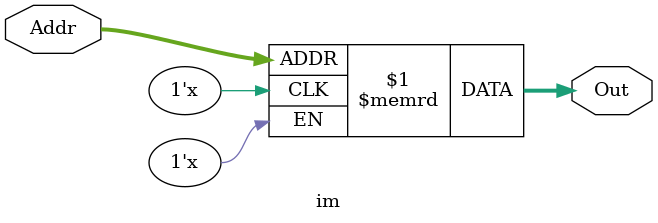
<source format=v>
`ifndef _IM_V_
`define _IM_V_

module im(
           input [11: 2] Addr,
           output [31: 0] Out
       );

reg [31: 0] IMem[1023: 0];


assign Out = IMem[Addr];

endmodule

`endif
</source>
